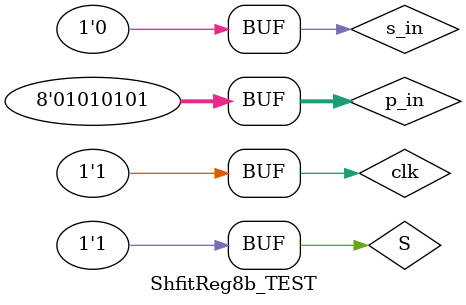
<source format=v>
`timescale 1ns / 1ps


module ShfitReg8b_TEST;

	// Inputs
	reg clk;
	reg S;
	reg s_in;
	reg [7:0] p_in;

	// Outputs
	wire [7:0] Q;

	// Instantiate the Unit Under Test (UUT)
	ShfitReg8b uut (
		.clk(clk), 
		.S(S), 
		.s_in(s_in), 
		.p_in(p_in), 
		.Q(Q)
	);

	initial begin
		// Initialize Inputs
		clk = 0;
		S = 0;
		s_in = 0;
		p_in = 0;

		// Wait 100 ns for global reset to finish
		#100;
        
		// Add stimulus here
		S = 0;
		s_in = 1;
		p_in =0;
		#200;
		S = 1;
		s_in = 0;
		p_in = 8'b0101_0101;
		#500;
	end
	
	always begin
		clk = 0; #20;
		clk = 1; #20;
	end

      
endmodule


</source>
